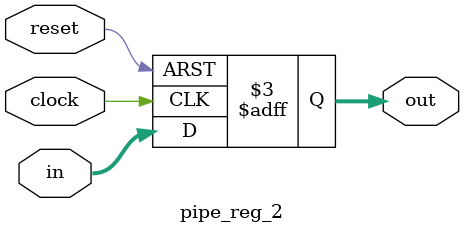
<source format=v>
module pipe_reg_2(
	   input [1:0] in,
       input clock,
	   input reset,
	   //input op,
	   output reg [1:0]out
 );
 
	always @(posedge clock,negedge reset) begin
    if(!reset)
	   out <= 0;
	else 
	   out <= in;
	end
endmodule 
</source>
